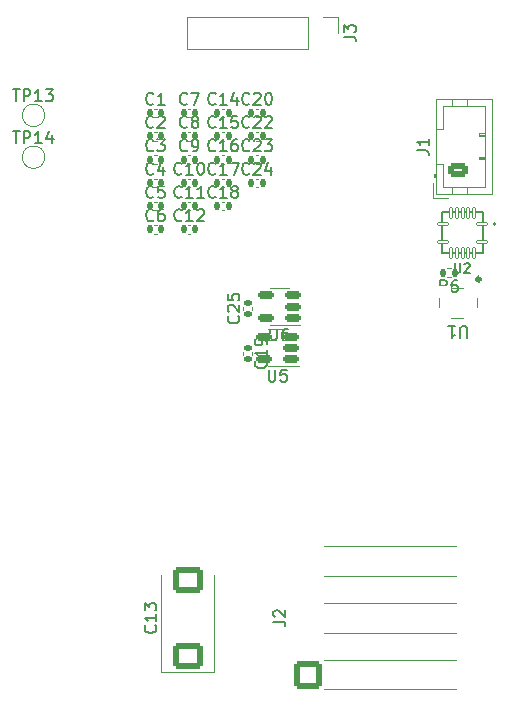
<source format=gbr>
%TF.GenerationSoftware,KiCad,Pcbnew,7.0.7+dfsg-1*%
%TF.CreationDate,2024-03-25T16:35:43+01:00*%
%TF.ProjectId,bitaxeUltra-asic,62697461-7865-4556-9c74-72612d617369,rev?*%
%TF.SameCoordinates,Original*%
%TF.FileFunction,Legend,Top*%
%TF.FilePolarity,Positive*%
%FSLAX46Y46*%
G04 Gerber Fmt 4.6, Leading zero omitted, Abs format (unit mm)*
G04 Created by KiCad (PCBNEW 7.0.7+dfsg-1) date 2024-03-25 16:35:43*
%MOMM*%
%LPD*%
G01*
G04 APERTURE LIST*
G04 Aperture macros list*
%AMRoundRect*
0 Rectangle with rounded corners*
0 $1 Rounding radius*
0 $2 $3 $4 $5 $6 $7 $8 $9 X,Y pos of 4 corners*
0 Add a 4 corners polygon primitive as box body*
4,1,4,$2,$3,$4,$5,$6,$7,$8,$9,$2,$3,0*
0 Add four circle primitives for the rounded corners*
1,1,$1+$1,$2,$3*
1,1,$1+$1,$4,$5*
1,1,$1+$1,$6,$7*
1,1,$1+$1,$8,$9*
0 Add four rect primitives between the rounded corners*
20,1,$1+$1,$2,$3,$4,$5,0*
20,1,$1+$1,$4,$5,$6,$7,0*
20,1,$1+$1,$6,$7,$8,$9,0*
20,1,$1+$1,$8,$9,$2,$3,0*%
G04 Aperture macros list end*
%ADD10C,0.150000*%
%ADD11C,0.120000*%
%ADD12C,0.127000*%
%ADD13C,0.200000*%
%ADD14C,0.313180*%
%ADD15RoundRect,0.140000X-0.140000X-0.170000X0.140000X-0.170000X0.140000X0.170000X-0.140000X0.170000X0*%
%ADD16RoundRect,0.150000X0.512500X0.150000X-0.512500X0.150000X-0.512500X-0.150000X0.512500X-0.150000X0*%
%ADD17RoundRect,0.140000X0.170000X-0.140000X0.170000X0.140000X-0.170000X0.140000X-0.170000X-0.140000X0*%
%ADD18C,2.800000*%
%ADD19RoundRect,0.250001X0.899999X-0.899999X0.899999X0.899999X-0.899999X0.899999X-0.899999X-0.899999X0*%
%ADD20C,2.300000*%
%ADD21RoundRect,0.007800X0.442200X0.122200X-0.442200X0.122200X-0.442200X-0.122200X0.442200X-0.122200X0*%
%ADD22RoundRect,0.007800X-0.122200X0.442200X-0.122200X-0.442200X0.122200X-0.442200X0.122200X0.442200X0*%
%ADD23R,2.050000X2.050000*%
%ADD24RoundRect,0.250000X0.625000X-0.350000X0.625000X0.350000X-0.625000X0.350000X-0.625000X-0.350000X0*%
%ADD25O,1.750000X1.200000*%
%ADD26C,1.500000*%
%ADD27R,1.300000X1.100000*%
%ADD28RoundRect,0.250000X1.025000X-0.875000X1.025000X0.875000X-1.025000X0.875000X-1.025000X-0.875000X0*%
%ADD29RoundRect,0.140000X-0.170000X0.140000X-0.170000X-0.140000X0.170000X-0.140000X0.170000X0.140000X0*%
%ADD30RoundRect,0.135000X0.135000X0.185000X-0.135000X0.185000X-0.135000X-0.185000X0.135000X-0.185000X0*%
%ADD31O,1.700000X1.700000*%
%ADD32R,1.700000X1.700000*%
G04 APERTURE END LIST*
D10*
X135853333Y-63839580D02*
X135805714Y-63887200D01*
X135805714Y-63887200D02*
X135662857Y-63934819D01*
X135662857Y-63934819D02*
X135567619Y-63934819D01*
X135567619Y-63934819D02*
X135424762Y-63887200D01*
X135424762Y-63887200D02*
X135329524Y-63791961D01*
X135329524Y-63791961D02*
X135281905Y-63696723D01*
X135281905Y-63696723D02*
X135234286Y-63506247D01*
X135234286Y-63506247D02*
X135234286Y-63363390D01*
X135234286Y-63363390D02*
X135281905Y-63172914D01*
X135281905Y-63172914D02*
X135329524Y-63077676D01*
X135329524Y-63077676D02*
X135424762Y-62982438D01*
X135424762Y-62982438D02*
X135567619Y-62934819D01*
X135567619Y-62934819D02*
X135662857Y-62934819D01*
X135662857Y-62934819D02*
X135805714Y-62982438D01*
X135805714Y-62982438D02*
X135853333Y-63030057D01*
X136424762Y-63363390D02*
X136329524Y-63315771D01*
X136329524Y-63315771D02*
X136281905Y-63268152D01*
X136281905Y-63268152D02*
X136234286Y-63172914D01*
X136234286Y-63172914D02*
X136234286Y-63125295D01*
X136234286Y-63125295D02*
X136281905Y-63030057D01*
X136281905Y-63030057D02*
X136329524Y-62982438D01*
X136329524Y-62982438D02*
X136424762Y-62934819D01*
X136424762Y-62934819D02*
X136615238Y-62934819D01*
X136615238Y-62934819D02*
X136710476Y-62982438D01*
X136710476Y-62982438D02*
X136758095Y-63030057D01*
X136758095Y-63030057D02*
X136805714Y-63125295D01*
X136805714Y-63125295D02*
X136805714Y-63172914D01*
X136805714Y-63172914D02*
X136758095Y-63268152D01*
X136758095Y-63268152D02*
X136710476Y-63315771D01*
X136710476Y-63315771D02*
X136615238Y-63363390D01*
X136615238Y-63363390D02*
X136424762Y-63363390D01*
X136424762Y-63363390D02*
X136329524Y-63411009D01*
X136329524Y-63411009D02*
X136281905Y-63458628D01*
X136281905Y-63458628D02*
X136234286Y-63553866D01*
X136234286Y-63553866D02*
X136234286Y-63744342D01*
X136234286Y-63744342D02*
X136281905Y-63839580D01*
X136281905Y-63839580D02*
X136329524Y-63887200D01*
X136329524Y-63887200D02*
X136424762Y-63934819D01*
X136424762Y-63934819D02*
X136615238Y-63934819D01*
X136615238Y-63934819D02*
X136710476Y-63887200D01*
X136710476Y-63887200D02*
X136758095Y-63839580D01*
X136758095Y-63839580D02*
X136805714Y-63744342D01*
X136805714Y-63744342D02*
X136805714Y-63553866D01*
X136805714Y-63553866D02*
X136758095Y-63458628D01*
X136758095Y-63458628D02*
X136710476Y-63411009D01*
X136710476Y-63411009D02*
X136615238Y-63363390D01*
X132983333Y-65809580D02*
X132935714Y-65857200D01*
X132935714Y-65857200D02*
X132792857Y-65904819D01*
X132792857Y-65904819D02*
X132697619Y-65904819D01*
X132697619Y-65904819D02*
X132554762Y-65857200D01*
X132554762Y-65857200D02*
X132459524Y-65761961D01*
X132459524Y-65761961D02*
X132411905Y-65666723D01*
X132411905Y-65666723D02*
X132364286Y-65476247D01*
X132364286Y-65476247D02*
X132364286Y-65333390D01*
X132364286Y-65333390D02*
X132411905Y-65142914D01*
X132411905Y-65142914D02*
X132459524Y-65047676D01*
X132459524Y-65047676D02*
X132554762Y-64952438D01*
X132554762Y-64952438D02*
X132697619Y-64904819D01*
X132697619Y-64904819D02*
X132792857Y-64904819D01*
X132792857Y-64904819D02*
X132935714Y-64952438D01*
X132935714Y-64952438D02*
X132983333Y-65000057D01*
X133316667Y-64904819D02*
X133935714Y-64904819D01*
X133935714Y-64904819D02*
X133602381Y-65285771D01*
X133602381Y-65285771D02*
X133745238Y-65285771D01*
X133745238Y-65285771D02*
X133840476Y-65333390D01*
X133840476Y-65333390D02*
X133888095Y-65381009D01*
X133888095Y-65381009D02*
X133935714Y-65476247D01*
X133935714Y-65476247D02*
X133935714Y-65714342D01*
X133935714Y-65714342D02*
X133888095Y-65809580D01*
X133888095Y-65809580D02*
X133840476Y-65857200D01*
X133840476Y-65857200D02*
X133745238Y-65904819D01*
X133745238Y-65904819D02*
X133459524Y-65904819D01*
X133459524Y-65904819D02*
X133364286Y-65857200D01*
X133364286Y-65857200D02*
X133316667Y-65809580D01*
X142880595Y-80914819D02*
X142880595Y-81724342D01*
X142880595Y-81724342D02*
X142928214Y-81819580D01*
X142928214Y-81819580D02*
X142975833Y-81867200D01*
X142975833Y-81867200D02*
X143071071Y-81914819D01*
X143071071Y-81914819D02*
X143261547Y-81914819D01*
X143261547Y-81914819D02*
X143356785Y-81867200D01*
X143356785Y-81867200D02*
X143404404Y-81819580D01*
X143404404Y-81819580D02*
X143452023Y-81724342D01*
X143452023Y-81724342D02*
X143452023Y-80914819D01*
X144356785Y-80914819D02*
X144166309Y-80914819D01*
X144166309Y-80914819D02*
X144071071Y-80962438D01*
X144071071Y-80962438D02*
X144023452Y-81010057D01*
X144023452Y-81010057D02*
X143928214Y-81152914D01*
X143928214Y-81152914D02*
X143880595Y-81343390D01*
X143880595Y-81343390D02*
X143880595Y-81724342D01*
X143880595Y-81724342D02*
X143928214Y-81819580D01*
X143928214Y-81819580D02*
X143975833Y-81867200D01*
X143975833Y-81867200D02*
X144071071Y-81914819D01*
X144071071Y-81914819D02*
X144261547Y-81914819D01*
X144261547Y-81914819D02*
X144356785Y-81867200D01*
X144356785Y-81867200D02*
X144404404Y-81819580D01*
X144404404Y-81819580D02*
X144452023Y-81724342D01*
X144452023Y-81724342D02*
X144452023Y-81486247D01*
X144452023Y-81486247D02*
X144404404Y-81391009D01*
X144404404Y-81391009D02*
X144356785Y-81343390D01*
X144356785Y-81343390D02*
X144261547Y-81295771D01*
X144261547Y-81295771D02*
X144071071Y-81295771D01*
X144071071Y-81295771D02*
X143975833Y-81343390D01*
X143975833Y-81343390D02*
X143928214Y-81391009D01*
X143928214Y-81391009D02*
X143880595Y-81486247D01*
X135853333Y-65809580D02*
X135805714Y-65857200D01*
X135805714Y-65857200D02*
X135662857Y-65904819D01*
X135662857Y-65904819D02*
X135567619Y-65904819D01*
X135567619Y-65904819D02*
X135424762Y-65857200D01*
X135424762Y-65857200D02*
X135329524Y-65761961D01*
X135329524Y-65761961D02*
X135281905Y-65666723D01*
X135281905Y-65666723D02*
X135234286Y-65476247D01*
X135234286Y-65476247D02*
X135234286Y-65333390D01*
X135234286Y-65333390D02*
X135281905Y-65142914D01*
X135281905Y-65142914D02*
X135329524Y-65047676D01*
X135329524Y-65047676D02*
X135424762Y-64952438D01*
X135424762Y-64952438D02*
X135567619Y-64904819D01*
X135567619Y-64904819D02*
X135662857Y-64904819D01*
X135662857Y-64904819D02*
X135805714Y-64952438D01*
X135805714Y-64952438D02*
X135853333Y-65000057D01*
X136329524Y-65904819D02*
X136520000Y-65904819D01*
X136520000Y-65904819D02*
X136615238Y-65857200D01*
X136615238Y-65857200D02*
X136662857Y-65809580D01*
X136662857Y-65809580D02*
X136758095Y-65666723D01*
X136758095Y-65666723D02*
X136805714Y-65476247D01*
X136805714Y-65476247D02*
X136805714Y-65095295D01*
X136805714Y-65095295D02*
X136758095Y-65000057D01*
X136758095Y-65000057D02*
X136710476Y-64952438D01*
X136710476Y-64952438D02*
X136615238Y-64904819D01*
X136615238Y-64904819D02*
X136424762Y-64904819D01*
X136424762Y-64904819D02*
X136329524Y-64952438D01*
X136329524Y-64952438D02*
X136281905Y-65000057D01*
X136281905Y-65000057D02*
X136234286Y-65095295D01*
X136234286Y-65095295D02*
X136234286Y-65333390D01*
X136234286Y-65333390D02*
X136281905Y-65428628D01*
X136281905Y-65428628D02*
X136329524Y-65476247D01*
X136329524Y-65476247D02*
X136424762Y-65523866D01*
X136424762Y-65523866D02*
X136615238Y-65523866D01*
X136615238Y-65523866D02*
X136710476Y-65476247D01*
X136710476Y-65476247D02*
X136758095Y-65428628D01*
X136758095Y-65428628D02*
X136805714Y-65333390D01*
X135377142Y-71719580D02*
X135329523Y-71767200D01*
X135329523Y-71767200D02*
X135186666Y-71814819D01*
X135186666Y-71814819D02*
X135091428Y-71814819D01*
X135091428Y-71814819D02*
X134948571Y-71767200D01*
X134948571Y-71767200D02*
X134853333Y-71671961D01*
X134853333Y-71671961D02*
X134805714Y-71576723D01*
X134805714Y-71576723D02*
X134758095Y-71386247D01*
X134758095Y-71386247D02*
X134758095Y-71243390D01*
X134758095Y-71243390D02*
X134805714Y-71052914D01*
X134805714Y-71052914D02*
X134853333Y-70957676D01*
X134853333Y-70957676D02*
X134948571Y-70862438D01*
X134948571Y-70862438D02*
X135091428Y-70814819D01*
X135091428Y-70814819D02*
X135186666Y-70814819D01*
X135186666Y-70814819D02*
X135329523Y-70862438D01*
X135329523Y-70862438D02*
X135377142Y-70910057D01*
X136329523Y-71814819D02*
X135758095Y-71814819D01*
X136043809Y-71814819D02*
X136043809Y-70814819D01*
X136043809Y-70814819D02*
X135948571Y-70957676D01*
X135948571Y-70957676D02*
X135853333Y-71052914D01*
X135853333Y-71052914D02*
X135758095Y-71100533D01*
X136710476Y-70910057D02*
X136758095Y-70862438D01*
X136758095Y-70862438D02*
X136853333Y-70814819D01*
X136853333Y-70814819D02*
X137091428Y-70814819D01*
X137091428Y-70814819D02*
X137186666Y-70862438D01*
X137186666Y-70862438D02*
X137234285Y-70910057D01*
X137234285Y-70910057D02*
X137281904Y-71005295D01*
X137281904Y-71005295D02*
X137281904Y-71100533D01*
X137281904Y-71100533D02*
X137234285Y-71243390D01*
X137234285Y-71243390D02*
X136662857Y-71814819D01*
X136662857Y-71814819D02*
X137281904Y-71814819D01*
X140169580Y-79862857D02*
X140217200Y-79910476D01*
X140217200Y-79910476D02*
X140264819Y-80053333D01*
X140264819Y-80053333D02*
X140264819Y-80148571D01*
X140264819Y-80148571D02*
X140217200Y-80291428D01*
X140217200Y-80291428D02*
X140121961Y-80386666D01*
X140121961Y-80386666D02*
X140026723Y-80434285D01*
X140026723Y-80434285D02*
X139836247Y-80481904D01*
X139836247Y-80481904D02*
X139693390Y-80481904D01*
X139693390Y-80481904D02*
X139502914Y-80434285D01*
X139502914Y-80434285D02*
X139407676Y-80386666D01*
X139407676Y-80386666D02*
X139312438Y-80291428D01*
X139312438Y-80291428D02*
X139264819Y-80148571D01*
X139264819Y-80148571D02*
X139264819Y-80053333D01*
X139264819Y-80053333D02*
X139312438Y-79910476D01*
X139312438Y-79910476D02*
X139360057Y-79862857D01*
X139360057Y-79481904D02*
X139312438Y-79434285D01*
X139312438Y-79434285D02*
X139264819Y-79339047D01*
X139264819Y-79339047D02*
X139264819Y-79100952D01*
X139264819Y-79100952D02*
X139312438Y-79005714D01*
X139312438Y-79005714D02*
X139360057Y-78958095D01*
X139360057Y-78958095D02*
X139455295Y-78910476D01*
X139455295Y-78910476D02*
X139550533Y-78910476D01*
X139550533Y-78910476D02*
X139693390Y-78958095D01*
X139693390Y-78958095D02*
X140264819Y-79529523D01*
X140264819Y-79529523D02*
X140264819Y-78910476D01*
X139264819Y-78005714D02*
X139264819Y-78481904D01*
X139264819Y-78481904D02*
X139741009Y-78529523D01*
X139741009Y-78529523D02*
X139693390Y-78481904D01*
X139693390Y-78481904D02*
X139645771Y-78386666D01*
X139645771Y-78386666D02*
X139645771Y-78148571D01*
X139645771Y-78148571D02*
X139693390Y-78053333D01*
X139693390Y-78053333D02*
X139741009Y-78005714D01*
X139741009Y-78005714D02*
X139836247Y-77958095D01*
X139836247Y-77958095D02*
X140074342Y-77958095D01*
X140074342Y-77958095D02*
X140169580Y-78005714D01*
X140169580Y-78005714D02*
X140217200Y-78053333D01*
X140217200Y-78053333D02*
X140264819Y-78148571D01*
X140264819Y-78148571D02*
X140264819Y-78386666D01*
X140264819Y-78386666D02*
X140217200Y-78481904D01*
X140217200Y-78481904D02*
X140169580Y-78529523D01*
X141117142Y-65809580D02*
X141069523Y-65857200D01*
X141069523Y-65857200D02*
X140926666Y-65904819D01*
X140926666Y-65904819D02*
X140831428Y-65904819D01*
X140831428Y-65904819D02*
X140688571Y-65857200D01*
X140688571Y-65857200D02*
X140593333Y-65761961D01*
X140593333Y-65761961D02*
X140545714Y-65666723D01*
X140545714Y-65666723D02*
X140498095Y-65476247D01*
X140498095Y-65476247D02*
X140498095Y-65333390D01*
X140498095Y-65333390D02*
X140545714Y-65142914D01*
X140545714Y-65142914D02*
X140593333Y-65047676D01*
X140593333Y-65047676D02*
X140688571Y-64952438D01*
X140688571Y-64952438D02*
X140831428Y-64904819D01*
X140831428Y-64904819D02*
X140926666Y-64904819D01*
X140926666Y-64904819D02*
X141069523Y-64952438D01*
X141069523Y-64952438D02*
X141117142Y-65000057D01*
X141498095Y-65000057D02*
X141545714Y-64952438D01*
X141545714Y-64952438D02*
X141640952Y-64904819D01*
X141640952Y-64904819D02*
X141879047Y-64904819D01*
X141879047Y-64904819D02*
X141974285Y-64952438D01*
X141974285Y-64952438D02*
X142021904Y-65000057D01*
X142021904Y-65000057D02*
X142069523Y-65095295D01*
X142069523Y-65095295D02*
X142069523Y-65190533D01*
X142069523Y-65190533D02*
X142021904Y-65333390D01*
X142021904Y-65333390D02*
X141450476Y-65904819D01*
X141450476Y-65904819D02*
X142069523Y-65904819D01*
X142402857Y-64904819D02*
X143021904Y-64904819D01*
X143021904Y-64904819D02*
X142688571Y-65285771D01*
X142688571Y-65285771D02*
X142831428Y-65285771D01*
X142831428Y-65285771D02*
X142926666Y-65333390D01*
X142926666Y-65333390D02*
X142974285Y-65381009D01*
X142974285Y-65381009D02*
X143021904Y-65476247D01*
X143021904Y-65476247D02*
X143021904Y-65714342D01*
X143021904Y-65714342D02*
X142974285Y-65809580D01*
X142974285Y-65809580D02*
X142926666Y-65857200D01*
X142926666Y-65857200D02*
X142831428Y-65904819D01*
X142831428Y-65904819D02*
X142545714Y-65904819D01*
X142545714Y-65904819D02*
X142450476Y-65857200D01*
X142450476Y-65857200D02*
X142402857Y-65809580D01*
X143154819Y-105743333D02*
X143869104Y-105743333D01*
X143869104Y-105743333D02*
X144011961Y-105790952D01*
X144011961Y-105790952D02*
X144107200Y-105886190D01*
X144107200Y-105886190D02*
X144154819Y-106029047D01*
X144154819Y-106029047D02*
X144154819Y-106124285D01*
X143250057Y-105314761D02*
X143202438Y-105267142D01*
X143202438Y-105267142D02*
X143154819Y-105171904D01*
X143154819Y-105171904D02*
X143154819Y-104933809D01*
X143154819Y-104933809D02*
X143202438Y-104838571D01*
X143202438Y-104838571D02*
X143250057Y-104790952D01*
X143250057Y-104790952D02*
X143345295Y-104743333D01*
X143345295Y-104743333D02*
X143440533Y-104743333D01*
X143440533Y-104743333D02*
X143583390Y-104790952D01*
X143583390Y-104790952D02*
X144154819Y-105362380D01*
X144154819Y-105362380D02*
X144154819Y-104743333D01*
X135377142Y-67779580D02*
X135329523Y-67827200D01*
X135329523Y-67827200D02*
X135186666Y-67874819D01*
X135186666Y-67874819D02*
X135091428Y-67874819D01*
X135091428Y-67874819D02*
X134948571Y-67827200D01*
X134948571Y-67827200D02*
X134853333Y-67731961D01*
X134853333Y-67731961D02*
X134805714Y-67636723D01*
X134805714Y-67636723D02*
X134758095Y-67446247D01*
X134758095Y-67446247D02*
X134758095Y-67303390D01*
X134758095Y-67303390D02*
X134805714Y-67112914D01*
X134805714Y-67112914D02*
X134853333Y-67017676D01*
X134853333Y-67017676D02*
X134948571Y-66922438D01*
X134948571Y-66922438D02*
X135091428Y-66874819D01*
X135091428Y-66874819D02*
X135186666Y-66874819D01*
X135186666Y-66874819D02*
X135329523Y-66922438D01*
X135329523Y-66922438D02*
X135377142Y-66970057D01*
X136329523Y-67874819D02*
X135758095Y-67874819D01*
X136043809Y-67874819D02*
X136043809Y-66874819D01*
X136043809Y-66874819D02*
X135948571Y-67017676D01*
X135948571Y-67017676D02*
X135853333Y-67112914D01*
X135853333Y-67112914D02*
X135758095Y-67160533D01*
X136948571Y-66874819D02*
X137043809Y-66874819D01*
X137043809Y-66874819D02*
X137139047Y-66922438D01*
X137139047Y-66922438D02*
X137186666Y-66970057D01*
X137186666Y-66970057D02*
X137234285Y-67065295D01*
X137234285Y-67065295D02*
X137281904Y-67255771D01*
X137281904Y-67255771D02*
X137281904Y-67493866D01*
X137281904Y-67493866D02*
X137234285Y-67684342D01*
X137234285Y-67684342D02*
X137186666Y-67779580D01*
X137186666Y-67779580D02*
X137139047Y-67827200D01*
X137139047Y-67827200D02*
X137043809Y-67874819D01*
X137043809Y-67874819D02*
X136948571Y-67874819D01*
X136948571Y-67874819D02*
X136853333Y-67827200D01*
X136853333Y-67827200D02*
X136805714Y-67779580D01*
X136805714Y-67779580D02*
X136758095Y-67684342D01*
X136758095Y-67684342D02*
X136710476Y-67493866D01*
X136710476Y-67493866D02*
X136710476Y-67255771D01*
X136710476Y-67255771D02*
X136758095Y-67065295D01*
X136758095Y-67065295D02*
X136805714Y-66970057D01*
X136805714Y-66970057D02*
X136853333Y-66922438D01*
X136853333Y-66922438D02*
X136948571Y-66874819D01*
X138247142Y-63839580D02*
X138199523Y-63887200D01*
X138199523Y-63887200D02*
X138056666Y-63934819D01*
X138056666Y-63934819D02*
X137961428Y-63934819D01*
X137961428Y-63934819D02*
X137818571Y-63887200D01*
X137818571Y-63887200D02*
X137723333Y-63791961D01*
X137723333Y-63791961D02*
X137675714Y-63696723D01*
X137675714Y-63696723D02*
X137628095Y-63506247D01*
X137628095Y-63506247D02*
X137628095Y-63363390D01*
X137628095Y-63363390D02*
X137675714Y-63172914D01*
X137675714Y-63172914D02*
X137723333Y-63077676D01*
X137723333Y-63077676D02*
X137818571Y-62982438D01*
X137818571Y-62982438D02*
X137961428Y-62934819D01*
X137961428Y-62934819D02*
X138056666Y-62934819D01*
X138056666Y-62934819D02*
X138199523Y-62982438D01*
X138199523Y-62982438D02*
X138247142Y-63030057D01*
X139199523Y-63934819D02*
X138628095Y-63934819D01*
X138913809Y-63934819D02*
X138913809Y-62934819D01*
X138913809Y-62934819D02*
X138818571Y-63077676D01*
X138818571Y-63077676D02*
X138723333Y-63172914D01*
X138723333Y-63172914D02*
X138628095Y-63220533D01*
X140104285Y-62934819D02*
X139628095Y-62934819D01*
X139628095Y-62934819D02*
X139580476Y-63411009D01*
X139580476Y-63411009D02*
X139628095Y-63363390D01*
X139628095Y-63363390D02*
X139723333Y-63315771D01*
X139723333Y-63315771D02*
X139961428Y-63315771D01*
X139961428Y-63315771D02*
X140056666Y-63363390D01*
X140056666Y-63363390D02*
X140104285Y-63411009D01*
X140104285Y-63411009D02*
X140151904Y-63506247D01*
X140151904Y-63506247D02*
X140151904Y-63744342D01*
X140151904Y-63744342D02*
X140104285Y-63839580D01*
X140104285Y-63839580D02*
X140056666Y-63887200D01*
X140056666Y-63887200D02*
X139961428Y-63934819D01*
X139961428Y-63934819D02*
X139723333Y-63934819D01*
X139723333Y-63934819D02*
X139628095Y-63887200D01*
X139628095Y-63887200D02*
X139580476Y-63839580D01*
X158515476Y-75375295D02*
X158515476Y-76022914D01*
X158515476Y-76022914D02*
X158553571Y-76099104D01*
X158553571Y-76099104D02*
X158591666Y-76137200D01*
X158591666Y-76137200D02*
X158667857Y-76175295D01*
X158667857Y-76175295D02*
X158820238Y-76175295D01*
X158820238Y-76175295D02*
X158896428Y-76137200D01*
X158896428Y-76137200D02*
X158934523Y-76099104D01*
X158934523Y-76099104D02*
X158972619Y-76022914D01*
X158972619Y-76022914D02*
X158972619Y-75375295D01*
X159315475Y-75451485D02*
X159353571Y-75413390D01*
X159353571Y-75413390D02*
X159429761Y-75375295D01*
X159429761Y-75375295D02*
X159620237Y-75375295D01*
X159620237Y-75375295D02*
X159696428Y-75413390D01*
X159696428Y-75413390D02*
X159734523Y-75451485D01*
X159734523Y-75451485D02*
X159772618Y-75527676D01*
X159772618Y-75527676D02*
X159772618Y-75603866D01*
X159772618Y-75603866D02*
X159734523Y-75718152D01*
X159734523Y-75718152D02*
X159277380Y-76175295D01*
X159277380Y-76175295D02*
X159772618Y-76175295D01*
X132983333Y-63839580D02*
X132935714Y-63887200D01*
X132935714Y-63887200D02*
X132792857Y-63934819D01*
X132792857Y-63934819D02*
X132697619Y-63934819D01*
X132697619Y-63934819D02*
X132554762Y-63887200D01*
X132554762Y-63887200D02*
X132459524Y-63791961D01*
X132459524Y-63791961D02*
X132411905Y-63696723D01*
X132411905Y-63696723D02*
X132364286Y-63506247D01*
X132364286Y-63506247D02*
X132364286Y-63363390D01*
X132364286Y-63363390D02*
X132411905Y-63172914D01*
X132411905Y-63172914D02*
X132459524Y-63077676D01*
X132459524Y-63077676D02*
X132554762Y-62982438D01*
X132554762Y-62982438D02*
X132697619Y-62934819D01*
X132697619Y-62934819D02*
X132792857Y-62934819D01*
X132792857Y-62934819D02*
X132935714Y-62982438D01*
X132935714Y-62982438D02*
X132983333Y-63030057D01*
X133364286Y-63030057D02*
X133411905Y-62982438D01*
X133411905Y-62982438D02*
X133507143Y-62934819D01*
X133507143Y-62934819D02*
X133745238Y-62934819D01*
X133745238Y-62934819D02*
X133840476Y-62982438D01*
X133840476Y-62982438D02*
X133888095Y-63030057D01*
X133888095Y-63030057D02*
X133935714Y-63125295D01*
X133935714Y-63125295D02*
X133935714Y-63220533D01*
X133935714Y-63220533D02*
X133888095Y-63363390D01*
X133888095Y-63363390D02*
X133316667Y-63934819D01*
X133316667Y-63934819D02*
X133935714Y-63934819D01*
X138247142Y-69749580D02*
X138199523Y-69797200D01*
X138199523Y-69797200D02*
X138056666Y-69844819D01*
X138056666Y-69844819D02*
X137961428Y-69844819D01*
X137961428Y-69844819D02*
X137818571Y-69797200D01*
X137818571Y-69797200D02*
X137723333Y-69701961D01*
X137723333Y-69701961D02*
X137675714Y-69606723D01*
X137675714Y-69606723D02*
X137628095Y-69416247D01*
X137628095Y-69416247D02*
X137628095Y-69273390D01*
X137628095Y-69273390D02*
X137675714Y-69082914D01*
X137675714Y-69082914D02*
X137723333Y-68987676D01*
X137723333Y-68987676D02*
X137818571Y-68892438D01*
X137818571Y-68892438D02*
X137961428Y-68844819D01*
X137961428Y-68844819D02*
X138056666Y-68844819D01*
X138056666Y-68844819D02*
X138199523Y-68892438D01*
X138199523Y-68892438D02*
X138247142Y-68940057D01*
X139199523Y-69844819D02*
X138628095Y-69844819D01*
X138913809Y-69844819D02*
X138913809Y-68844819D01*
X138913809Y-68844819D02*
X138818571Y-68987676D01*
X138818571Y-68987676D02*
X138723333Y-69082914D01*
X138723333Y-69082914D02*
X138628095Y-69130533D01*
X139770952Y-69273390D02*
X139675714Y-69225771D01*
X139675714Y-69225771D02*
X139628095Y-69178152D01*
X139628095Y-69178152D02*
X139580476Y-69082914D01*
X139580476Y-69082914D02*
X139580476Y-69035295D01*
X139580476Y-69035295D02*
X139628095Y-68940057D01*
X139628095Y-68940057D02*
X139675714Y-68892438D01*
X139675714Y-68892438D02*
X139770952Y-68844819D01*
X139770952Y-68844819D02*
X139961428Y-68844819D01*
X139961428Y-68844819D02*
X140056666Y-68892438D01*
X140056666Y-68892438D02*
X140104285Y-68940057D01*
X140104285Y-68940057D02*
X140151904Y-69035295D01*
X140151904Y-69035295D02*
X140151904Y-69082914D01*
X140151904Y-69082914D02*
X140104285Y-69178152D01*
X140104285Y-69178152D02*
X140056666Y-69225771D01*
X140056666Y-69225771D02*
X139961428Y-69273390D01*
X139961428Y-69273390D02*
X139770952Y-69273390D01*
X139770952Y-69273390D02*
X139675714Y-69321009D01*
X139675714Y-69321009D02*
X139628095Y-69368628D01*
X139628095Y-69368628D02*
X139580476Y-69463866D01*
X139580476Y-69463866D02*
X139580476Y-69654342D01*
X139580476Y-69654342D02*
X139628095Y-69749580D01*
X139628095Y-69749580D02*
X139675714Y-69797200D01*
X139675714Y-69797200D02*
X139770952Y-69844819D01*
X139770952Y-69844819D02*
X139961428Y-69844819D01*
X139961428Y-69844819D02*
X140056666Y-69797200D01*
X140056666Y-69797200D02*
X140104285Y-69749580D01*
X140104285Y-69749580D02*
X140151904Y-69654342D01*
X140151904Y-69654342D02*
X140151904Y-69463866D01*
X140151904Y-69463866D02*
X140104285Y-69368628D01*
X140104285Y-69368628D02*
X140056666Y-69321009D01*
X140056666Y-69321009D02*
X139961428Y-69273390D01*
X132983333Y-61869580D02*
X132935714Y-61917200D01*
X132935714Y-61917200D02*
X132792857Y-61964819D01*
X132792857Y-61964819D02*
X132697619Y-61964819D01*
X132697619Y-61964819D02*
X132554762Y-61917200D01*
X132554762Y-61917200D02*
X132459524Y-61821961D01*
X132459524Y-61821961D02*
X132411905Y-61726723D01*
X132411905Y-61726723D02*
X132364286Y-61536247D01*
X132364286Y-61536247D02*
X132364286Y-61393390D01*
X132364286Y-61393390D02*
X132411905Y-61202914D01*
X132411905Y-61202914D02*
X132459524Y-61107676D01*
X132459524Y-61107676D02*
X132554762Y-61012438D01*
X132554762Y-61012438D02*
X132697619Y-60964819D01*
X132697619Y-60964819D02*
X132792857Y-60964819D01*
X132792857Y-60964819D02*
X132935714Y-61012438D01*
X132935714Y-61012438D02*
X132983333Y-61060057D01*
X133935714Y-61964819D02*
X133364286Y-61964819D01*
X133650000Y-61964819D02*
X133650000Y-60964819D01*
X133650000Y-60964819D02*
X133554762Y-61107676D01*
X133554762Y-61107676D02*
X133459524Y-61202914D01*
X133459524Y-61202914D02*
X133364286Y-61250533D01*
X155304819Y-65833333D02*
X156019104Y-65833333D01*
X156019104Y-65833333D02*
X156161961Y-65880952D01*
X156161961Y-65880952D02*
X156257200Y-65976190D01*
X156257200Y-65976190D02*
X156304819Y-66119047D01*
X156304819Y-66119047D02*
X156304819Y-66214285D01*
X156304819Y-64833333D02*
X156304819Y-65404761D01*
X156304819Y-65119047D02*
X155304819Y-65119047D01*
X155304819Y-65119047D02*
X155447676Y-65214285D01*
X155447676Y-65214285D02*
X155542914Y-65309523D01*
X155542914Y-65309523D02*
X155590533Y-65404761D01*
X135377142Y-69749580D02*
X135329523Y-69797200D01*
X135329523Y-69797200D02*
X135186666Y-69844819D01*
X135186666Y-69844819D02*
X135091428Y-69844819D01*
X135091428Y-69844819D02*
X134948571Y-69797200D01*
X134948571Y-69797200D02*
X134853333Y-69701961D01*
X134853333Y-69701961D02*
X134805714Y-69606723D01*
X134805714Y-69606723D02*
X134758095Y-69416247D01*
X134758095Y-69416247D02*
X134758095Y-69273390D01*
X134758095Y-69273390D02*
X134805714Y-69082914D01*
X134805714Y-69082914D02*
X134853333Y-68987676D01*
X134853333Y-68987676D02*
X134948571Y-68892438D01*
X134948571Y-68892438D02*
X135091428Y-68844819D01*
X135091428Y-68844819D02*
X135186666Y-68844819D01*
X135186666Y-68844819D02*
X135329523Y-68892438D01*
X135329523Y-68892438D02*
X135377142Y-68940057D01*
X136329523Y-69844819D02*
X135758095Y-69844819D01*
X136043809Y-69844819D02*
X136043809Y-68844819D01*
X136043809Y-68844819D02*
X135948571Y-68987676D01*
X135948571Y-68987676D02*
X135853333Y-69082914D01*
X135853333Y-69082914D02*
X135758095Y-69130533D01*
X137281904Y-69844819D02*
X136710476Y-69844819D01*
X136996190Y-69844819D02*
X136996190Y-68844819D01*
X136996190Y-68844819D02*
X136900952Y-68987676D01*
X136900952Y-68987676D02*
X136805714Y-69082914D01*
X136805714Y-69082914D02*
X136710476Y-69130533D01*
X141117142Y-67779580D02*
X141069523Y-67827200D01*
X141069523Y-67827200D02*
X140926666Y-67874819D01*
X140926666Y-67874819D02*
X140831428Y-67874819D01*
X140831428Y-67874819D02*
X140688571Y-67827200D01*
X140688571Y-67827200D02*
X140593333Y-67731961D01*
X140593333Y-67731961D02*
X140545714Y-67636723D01*
X140545714Y-67636723D02*
X140498095Y-67446247D01*
X140498095Y-67446247D02*
X140498095Y-67303390D01*
X140498095Y-67303390D02*
X140545714Y-67112914D01*
X140545714Y-67112914D02*
X140593333Y-67017676D01*
X140593333Y-67017676D02*
X140688571Y-66922438D01*
X140688571Y-66922438D02*
X140831428Y-66874819D01*
X140831428Y-66874819D02*
X140926666Y-66874819D01*
X140926666Y-66874819D02*
X141069523Y-66922438D01*
X141069523Y-66922438D02*
X141117142Y-66970057D01*
X141498095Y-66970057D02*
X141545714Y-66922438D01*
X141545714Y-66922438D02*
X141640952Y-66874819D01*
X141640952Y-66874819D02*
X141879047Y-66874819D01*
X141879047Y-66874819D02*
X141974285Y-66922438D01*
X141974285Y-66922438D02*
X142021904Y-66970057D01*
X142021904Y-66970057D02*
X142069523Y-67065295D01*
X142069523Y-67065295D02*
X142069523Y-67160533D01*
X142069523Y-67160533D02*
X142021904Y-67303390D01*
X142021904Y-67303390D02*
X141450476Y-67874819D01*
X141450476Y-67874819D02*
X142069523Y-67874819D01*
X142926666Y-67208152D02*
X142926666Y-67874819D01*
X142688571Y-66827200D02*
X142450476Y-67541485D01*
X142450476Y-67541485D02*
X143069523Y-67541485D01*
X138247142Y-61869580D02*
X138199523Y-61917200D01*
X138199523Y-61917200D02*
X138056666Y-61964819D01*
X138056666Y-61964819D02*
X137961428Y-61964819D01*
X137961428Y-61964819D02*
X137818571Y-61917200D01*
X137818571Y-61917200D02*
X137723333Y-61821961D01*
X137723333Y-61821961D02*
X137675714Y-61726723D01*
X137675714Y-61726723D02*
X137628095Y-61536247D01*
X137628095Y-61536247D02*
X137628095Y-61393390D01*
X137628095Y-61393390D02*
X137675714Y-61202914D01*
X137675714Y-61202914D02*
X137723333Y-61107676D01*
X137723333Y-61107676D02*
X137818571Y-61012438D01*
X137818571Y-61012438D02*
X137961428Y-60964819D01*
X137961428Y-60964819D02*
X138056666Y-60964819D01*
X138056666Y-60964819D02*
X138199523Y-61012438D01*
X138199523Y-61012438D02*
X138247142Y-61060057D01*
X139199523Y-61964819D02*
X138628095Y-61964819D01*
X138913809Y-61964819D02*
X138913809Y-60964819D01*
X138913809Y-60964819D02*
X138818571Y-61107676D01*
X138818571Y-61107676D02*
X138723333Y-61202914D01*
X138723333Y-61202914D02*
X138628095Y-61250533D01*
X140056666Y-61298152D02*
X140056666Y-61964819D01*
X139818571Y-60917200D02*
X139580476Y-61631485D01*
X139580476Y-61631485D02*
X140199523Y-61631485D01*
X121101905Y-64216819D02*
X121673333Y-64216819D01*
X121387619Y-65216819D02*
X121387619Y-64216819D01*
X122006667Y-65216819D02*
X122006667Y-64216819D01*
X122006667Y-64216819D02*
X122387619Y-64216819D01*
X122387619Y-64216819D02*
X122482857Y-64264438D01*
X122482857Y-64264438D02*
X122530476Y-64312057D01*
X122530476Y-64312057D02*
X122578095Y-64407295D01*
X122578095Y-64407295D02*
X122578095Y-64550152D01*
X122578095Y-64550152D02*
X122530476Y-64645390D01*
X122530476Y-64645390D02*
X122482857Y-64693009D01*
X122482857Y-64693009D02*
X122387619Y-64740628D01*
X122387619Y-64740628D02*
X122006667Y-64740628D01*
X123530476Y-65216819D02*
X122959048Y-65216819D01*
X123244762Y-65216819D02*
X123244762Y-64216819D01*
X123244762Y-64216819D02*
X123149524Y-64359676D01*
X123149524Y-64359676D02*
X123054286Y-64454914D01*
X123054286Y-64454914D02*
X122959048Y-64502533D01*
X124387619Y-64550152D02*
X124387619Y-65216819D01*
X124149524Y-64169200D02*
X123911429Y-64883485D01*
X123911429Y-64883485D02*
X124530476Y-64883485D01*
X141117142Y-61869580D02*
X141069523Y-61917200D01*
X141069523Y-61917200D02*
X140926666Y-61964819D01*
X140926666Y-61964819D02*
X140831428Y-61964819D01*
X140831428Y-61964819D02*
X140688571Y-61917200D01*
X140688571Y-61917200D02*
X140593333Y-61821961D01*
X140593333Y-61821961D02*
X140545714Y-61726723D01*
X140545714Y-61726723D02*
X140498095Y-61536247D01*
X140498095Y-61536247D02*
X140498095Y-61393390D01*
X140498095Y-61393390D02*
X140545714Y-61202914D01*
X140545714Y-61202914D02*
X140593333Y-61107676D01*
X140593333Y-61107676D02*
X140688571Y-61012438D01*
X140688571Y-61012438D02*
X140831428Y-60964819D01*
X140831428Y-60964819D02*
X140926666Y-60964819D01*
X140926666Y-60964819D02*
X141069523Y-61012438D01*
X141069523Y-61012438D02*
X141117142Y-61060057D01*
X141498095Y-61060057D02*
X141545714Y-61012438D01*
X141545714Y-61012438D02*
X141640952Y-60964819D01*
X141640952Y-60964819D02*
X141879047Y-60964819D01*
X141879047Y-60964819D02*
X141974285Y-61012438D01*
X141974285Y-61012438D02*
X142021904Y-61060057D01*
X142021904Y-61060057D02*
X142069523Y-61155295D01*
X142069523Y-61155295D02*
X142069523Y-61250533D01*
X142069523Y-61250533D02*
X142021904Y-61393390D01*
X142021904Y-61393390D02*
X141450476Y-61964819D01*
X141450476Y-61964819D02*
X142069523Y-61964819D01*
X142688571Y-60964819D02*
X142783809Y-60964819D01*
X142783809Y-60964819D02*
X142879047Y-61012438D01*
X142879047Y-61012438D02*
X142926666Y-61060057D01*
X142926666Y-61060057D02*
X142974285Y-61155295D01*
X142974285Y-61155295D02*
X143021904Y-61345771D01*
X143021904Y-61345771D02*
X143021904Y-61583866D01*
X143021904Y-61583866D02*
X142974285Y-61774342D01*
X142974285Y-61774342D02*
X142926666Y-61869580D01*
X142926666Y-61869580D02*
X142879047Y-61917200D01*
X142879047Y-61917200D02*
X142783809Y-61964819D01*
X142783809Y-61964819D02*
X142688571Y-61964819D01*
X142688571Y-61964819D02*
X142593333Y-61917200D01*
X142593333Y-61917200D02*
X142545714Y-61869580D01*
X142545714Y-61869580D02*
X142498095Y-61774342D01*
X142498095Y-61774342D02*
X142450476Y-61583866D01*
X142450476Y-61583866D02*
X142450476Y-61345771D01*
X142450476Y-61345771D02*
X142498095Y-61155295D01*
X142498095Y-61155295D02*
X142545714Y-61060057D01*
X142545714Y-61060057D02*
X142593333Y-61012438D01*
X142593333Y-61012438D02*
X142688571Y-60964819D01*
X159541904Y-81715180D02*
X159541904Y-80905657D01*
X159541904Y-80905657D02*
X159494285Y-80810419D01*
X159494285Y-80810419D02*
X159446666Y-80762800D01*
X159446666Y-80762800D02*
X159351428Y-80715180D01*
X159351428Y-80715180D02*
X159160952Y-80715180D01*
X159160952Y-80715180D02*
X159065714Y-80762800D01*
X159065714Y-80762800D02*
X159018095Y-80810419D01*
X159018095Y-80810419D02*
X158970476Y-80905657D01*
X158970476Y-80905657D02*
X158970476Y-81715180D01*
X157970476Y-80715180D02*
X158541904Y-80715180D01*
X158256190Y-80715180D02*
X158256190Y-81715180D01*
X158256190Y-81715180D02*
X158351428Y-81572323D01*
X158351428Y-81572323D02*
X158446666Y-81477085D01*
X158446666Y-81477085D02*
X158541904Y-81429466D01*
X133149580Y-106052857D02*
X133197200Y-106100476D01*
X133197200Y-106100476D02*
X133244819Y-106243333D01*
X133244819Y-106243333D02*
X133244819Y-106338571D01*
X133244819Y-106338571D02*
X133197200Y-106481428D01*
X133197200Y-106481428D02*
X133101961Y-106576666D01*
X133101961Y-106576666D02*
X133006723Y-106624285D01*
X133006723Y-106624285D02*
X132816247Y-106671904D01*
X132816247Y-106671904D02*
X132673390Y-106671904D01*
X132673390Y-106671904D02*
X132482914Y-106624285D01*
X132482914Y-106624285D02*
X132387676Y-106576666D01*
X132387676Y-106576666D02*
X132292438Y-106481428D01*
X132292438Y-106481428D02*
X132244819Y-106338571D01*
X132244819Y-106338571D02*
X132244819Y-106243333D01*
X132244819Y-106243333D02*
X132292438Y-106100476D01*
X132292438Y-106100476D02*
X132340057Y-106052857D01*
X133244819Y-105100476D02*
X133244819Y-105671904D01*
X133244819Y-105386190D02*
X132244819Y-105386190D01*
X132244819Y-105386190D02*
X132387676Y-105481428D01*
X132387676Y-105481428D02*
X132482914Y-105576666D01*
X132482914Y-105576666D02*
X132530533Y-105671904D01*
X132244819Y-104767142D02*
X132244819Y-104148095D01*
X132244819Y-104148095D02*
X132625771Y-104481428D01*
X132625771Y-104481428D02*
X132625771Y-104338571D01*
X132625771Y-104338571D02*
X132673390Y-104243333D01*
X132673390Y-104243333D02*
X132721009Y-104195714D01*
X132721009Y-104195714D02*
X132816247Y-104148095D01*
X132816247Y-104148095D02*
X133054342Y-104148095D01*
X133054342Y-104148095D02*
X133149580Y-104195714D01*
X133149580Y-104195714D02*
X133197200Y-104243333D01*
X133197200Y-104243333D02*
X133244819Y-104338571D01*
X133244819Y-104338571D02*
X133244819Y-104624285D01*
X133244819Y-104624285D02*
X133197200Y-104719523D01*
X133197200Y-104719523D02*
X133149580Y-104767142D01*
X138247142Y-65809580D02*
X138199523Y-65857200D01*
X138199523Y-65857200D02*
X138056666Y-65904819D01*
X138056666Y-65904819D02*
X137961428Y-65904819D01*
X137961428Y-65904819D02*
X137818571Y-65857200D01*
X137818571Y-65857200D02*
X137723333Y-65761961D01*
X137723333Y-65761961D02*
X137675714Y-65666723D01*
X137675714Y-65666723D02*
X137628095Y-65476247D01*
X137628095Y-65476247D02*
X137628095Y-65333390D01*
X137628095Y-65333390D02*
X137675714Y-65142914D01*
X137675714Y-65142914D02*
X137723333Y-65047676D01*
X137723333Y-65047676D02*
X137818571Y-64952438D01*
X137818571Y-64952438D02*
X137961428Y-64904819D01*
X137961428Y-64904819D02*
X138056666Y-64904819D01*
X138056666Y-64904819D02*
X138199523Y-64952438D01*
X138199523Y-64952438D02*
X138247142Y-65000057D01*
X139199523Y-65904819D02*
X138628095Y-65904819D01*
X138913809Y-65904819D02*
X138913809Y-64904819D01*
X138913809Y-64904819D02*
X138818571Y-65047676D01*
X138818571Y-65047676D02*
X138723333Y-65142914D01*
X138723333Y-65142914D02*
X138628095Y-65190533D01*
X140056666Y-64904819D02*
X139866190Y-64904819D01*
X139866190Y-64904819D02*
X139770952Y-64952438D01*
X139770952Y-64952438D02*
X139723333Y-65000057D01*
X139723333Y-65000057D02*
X139628095Y-65142914D01*
X139628095Y-65142914D02*
X139580476Y-65333390D01*
X139580476Y-65333390D02*
X139580476Y-65714342D01*
X139580476Y-65714342D02*
X139628095Y-65809580D01*
X139628095Y-65809580D02*
X139675714Y-65857200D01*
X139675714Y-65857200D02*
X139770952Y-65904819D01*
X139770952Y-65904819D02*
X139961428Y-65904819D01*
X139961428Y-65904819D02*
X140056666Y-65857200D01*
X140056666Y-65857200D02*
X140104285Y-65809580D01*
X140104285Y-65809580D02*
X140151904Y-65714342D01*
X140151904Y-65714342D02*
X140151904Y-65476247D01*
X140151904Y-65476247D02*
X140104285Y-65381009D01*
X140104285Y-65381009D02*
X140056666Y-65333390D01*
X140056666Y-65333390D02*
X139961428Y-65285771D01*
X139961428Y-65285771D02*
X139770952Y-65285771D01*
X139770952Y-65285771D02*
X139675714Y-65333390D01*
X139675714Y-65333390D02*
X139628095Y-65381009D01*
X139628095Y-65381009D02*
X139580476Y-65476247D01*
X132983333Y-67779580D02*
X132935714Y-67827200D01*
X132935714Y-67827200D02*
X132792857Y-67874819D01*
X132792857Y-67874819D02*
X132697619Y-67874819D01*
X132697619Y-67874819D02*
X132554762Y-67827200D01*
X132554762Y-67827200D02*
X132459524Y-67731961D01*
X132459524Y-67731961D02*
X132411905Y-67636723D01*
X132411905Y-67636723D02*
X132364286Y-67446247D01*
X132364286Y-67446247D02*
X132364286Y-67303390D01*
X132364286Y-67303390D02*
X132411905Y-67112914D01*
X132411905Y-67112914D02*
X132459524Y-67017676D01*
X132459524Y-67017676D02*
X132554762Y-66922438D01*
X132554762Y-66922438D02*
X132697619Y-66874819D01*
X132697619Y-66874819D02*
X132792857Y-66874819D01*
X132792857Y-66874819D02*
X132935714Y-66922438D01*
X132935714Y-66922438D02*
X132983333Y-66970057D01*
X133840476Y-67208152D02*
X133840476Y-67874819D01*
X133602381Y-66827200D02*
X133364286Y-67541485D01*
X133364286Y-67541485D02*
X133983333Y-67541485D01*
X142489580Y-83672857D02*
X142537200Y-83720476D01*
X142537200Y-83720476D02*
X142584819Y-83863333D01*
X142584819Y-83863333D02*
X142584819Y-83958571D01*
X142584819Y-83958571D02*
X142537200Y-84101428D01*
X142537200Y-84101428D02*
X142441961Y-84196666D01*
X142441961Y-84196666D02*
X142346723Y-84244285D01*
X142346723Y-84244285D02*
X142156247Y-84291904D01*
X142156247Y-84291904D02*
X142013390Y-84291904D01*
X142013390Y-84291904D02*
X141822914Y-84244285D01*
X141822914Y-84244285D02*
X141727676Y-84196666D01*
X141727676Y-84196666D02*
X141632438Y-84101428D01*
X141632438Y-84101428D02*
X141584819Y-83958571D01*
X141584819Y-83958571D02*
X141584819Y-83863333D01*
X141584819Y-83863333D02*
X141632438Y-83720476D01*
X141632438Y-83720476D02*
X141680057Y-83672857D01*
X142584819Y-82720476D02*
X142584819Y-83291904D01*
X142584819Y-83006190D02*
X141584819Y-83006190D01*
X141584819Y-83006190D02*
X141727676Y-83101428D01*
X141727676Y-83101428D02*
X141822914Y-83196666D01*
X141822914Y-83196666D02*
X141870533Y-83291904D01*
X142584819Y-82244285D02*
X142584819Y-82053809D01*
X142584819Y-82053809D02*
X142537200Y-81958571D01*
X142537200Y-81958571D02*
X142489580Y-81910952D01*
X142489580Y-81910952D02*
X142346723Y-81815714D01*
X142346723Y-81815714D02*
X142156247Y-81768095D01*
X142156247Y-81768095D02*
X141775295Y-81768095D01*
X141775295Y-81768095D02*
X141680057Y-81815714D01*
X141680057Y-81815714D02*
X141632438Y-81863333D01*
X141632438Y-81863333D02*
X141584819Y-81958571D01*
X141584819Y-81958571D02*
X141584819Y-82149047D01*
X141584819Y-82149047D02*
X141632438Y-82244285D01*
X141632438Y-82244285D02*
X141680057Y-82291904D01*
X141680057Y-82291904D02*
X141775295Y-82339523D01*
X141775295Y-82339523D02*
X142013390Y-82339523D01*
X142013390Y-82339523D02*
X142108628Y-82291904D01*
X142108628Y-82291904D02*
X142156247Y-82244285D01*
X142156247Y-82244285D02*
X142203866Y-82149047D01*
X142203866Y-82149047D02*
X142203866Y-81958571D01*
X142203866Y-81958571D02*
X142156247Y-81863333D01*
X142156247Y-81863333D02*
X142108628Y-81815714D01*
X142108628Y-81815714D02*
X142013390Y-81768095D01*
X121101905Y-60666819D02*
X121673333Y-60666819D01*
X121387619Y-61666819D02*
X121387619Y-60666819D01*
X122006667Y-61666819D02*
X122006667Y-60666819D01*
X122006667Y-60666819D02*
X122387619Y-60666819D01*
X122387619Y-60666819D02*
X122482857Y-60714438D01*
X122482857Y-60714438D02*
X122530476Y-60762057D01*
X122530476Y-60762057D02*
X122578095Y-60857295D01*
X122578095Y-60857295D02*
X122578095Y-61000152D01*
X122578095Y-61000152D02*
X122530476Y-61095390D01*
X122530476Y-61095390D02*
X122482857Y-61143009D01*
X122482857Y-61143009D02*
X122387619Y-61190628D01*
X122387619Y-61190628D02*
X122006667Y-61190628D01*
X123530476Y-61666819D02*
X122959048Y-61666819D01*
X123244762Y-61666819D02*
X123244762Y-60666819D01*
X123244762Y-60666819D02*
X123149524Y-60809676D01*
X123149524Y-60809676D02*
X123054286Y-60904914D01*
X123054286Y-60904914D02*
X122959048Y-60952533D01*
X123863810Y-60666819D02*
X124482857Y-60666819D01*
X124482857Y-60666819D02*
X124149524Y-61047771D01*
X124149524Y-61047771D02*
X124292381Y-61047771D01*
X124292381Y-61047771D02*
X124387619Y-61095390D01*
X124387619Y-61095390D02*
X124435238Y-61143009D01*
X124435238Y-61143009D02*
X124482857Y-61238247D01*
X124482857Y-61238247D02*
X124482857Y-61476342D01*
X124482857Y-61476342D02*
X124435238Y-61571580D01*
X124435238Y-61571580D02*
X124387619Y-61619200D01*
X124387619Y-61619200D02*
X124292381Y-61666819D01*
X124292381Y-61666819D02*
X124006667Y-61666819D01*
X124006667Y-61666819D02*
X123911429Y-61619200D01*
X123911429Y-61619200D02*
X123863810Y-61571580D01*
X157823333Y-77824819D02*
X157490000Y-77348628D01*
X157251905Y-77824819D02*
X157251905Y-76824819D01*
X157251905Y-76824819D02*
X157632857Y-76824819D01*
X157632857Y-76824819D02*
X157728095Y-76872438D01*
X157728095Y-76872438D02*
X157775714Y-76920057D01*
X157775714Y-76920057D02*
X157823333Y-77015295D01*
X157823333Y-77015295D02*
X157823333Y-77158152D01*
X157823333Y-77158152D02*
X157775714Y-77253390D01*
X157775714Y-77253390D02*
X157728095Y-77301009D01*
X157728095Y-77301009D02*
X157632857Y-77348628D01*
X157632857Y-77348628D02*
X157251905Y-77348628D01*
X158680476Y-76824819D02*
X158490000Y-76824819D01*
X158490000Y-76824819D02*
X158394762Y-76872438D01*
X158394762Y-76872438D02*
X158347143Y-76920057D01*
X158347143Y-76920057D02*
X158251905Y-77062914D01*
X158251905Y-77062914D02*
X158204286Y-77253390D01*
X158204286Y-77253390D02*
X158204286Y-77634342D01*
X158204286Y-77634342D02*
X158251905Y-77729580D01*
X158251905Y-77729580D02*
X158299524Y-77777200D01*
X158299524Y-77777200D02*
X158394762Y-77824819D01*
X158394762Y-77824819D02*
X158585238Y-77824819D01*
X158585238Y-77824819D02*
X158680476Y-77777200D01*
X158680476Y-77777200D02*
X158728095Y-77729580D01*
X158728095Y-77729580D02*
X158775714Y-77634342D01*
X158775714Y-77634342D02*
X158775714Y-77396247D01*
X158775714Y-77396247D02*
X158728095Y-77301009D01*
X158728095Y-77301009D02*
X158680476Y-77253390D01*
X158680476Y-77253390D02*
X158585238Y-77205771D01*
X158585238Y-77205771D02*
X158394762Y-77205771D01*
X158394762Y-77205771D02*
X158299524Y-77253390D01*
X158299524Y-77253390D02*
X158251905Y-77301009D01*
X158251905Y-77301009D02*
X158204286Y-77396247D01*
X135853333Y-61869580D02*
X135805714Y-61917200D01*
X135805714Y-61917200D02*
X135662857Y-61964819D01*
X135662857Y-61964819D02*
X135567619Y-61964819D01*
X135567619Y-61964819D02*
X135424762Y-61917200D01*
X135424762Y-61917200D02*
X135329524Y-61821961D01*
X135329524Y-61821961D02*
X135281905Y-61726723D01*
X135281905Y-61726723D02*
X135234286Y-61536247D01*
X135234286Y-61536247D02*
X135234286Y-61393390D01*
X135234286Y-61393390D02*
X135281905Y-61202914D01*
X135281905Y-61202914D02*
X135329524Y-61107676D01*
X135329524Y-61107676D02*
X135424762Y-61012438D01*
X135424762Y-61012438D02*
X135567619Y-60964819D01*
X135567619Y-60964819D02*
X135662857Y-60964819D01*
X135662857Y-60964819D02*
X135805714Y-61012438D01*
X135805714Y-61012438D02*
X135853333Y-61060057D01*
X136186667Y-60964819D02*
X136853333Y-60964819D01*
X136853333Y-60964819D02*
X136424762Y-61964819D01*
X138247142Y-67779580D02*
X138199523Y-67827200D01*
X138199523Y-67827200D02*
X138056666Y-67874819D01*
X138056666Y-67874819D02*
X137961428Y-67874819D01*
X137961428Y-67874819D02*
X137818571Y-67827200D01*
X137818571Y-67827200D02*
X137723333Y-67731961D01*
X137723333Y-67731961D02*
X137675714Y-67636723D01*
X137675714Y-67636723D02*
X137628095Y-67446247D01*
X137628095Y-67446247D02*
X137628095Y-67303390D01*
X137628095Y-67303390D02*
X137675714Y-67112914D01*
X137675714Y-67112914D02*
X137723333Y-67017676D01*
X137723333Y-67017676D02*
X137818571Y-66922438D01*
X137818571Y-66922438D02*
X137961428Y-66874819D01*
X137961428Y-66874819D02*
X138056666Y-66874819D01*
X138056666Y-66874819D02*
X138199523Y-66922438D01*
X138199523Y-66922438D02*
X138247142Y-66970057D01*
X139199523Y-67874819D02*
X138628095Y-67874819D01*
X138913809Y-67874819D02*
X138913809Y-66874819D01*
X138913809Y-66874819D02*
X138818571Y-67017676D01*
X138818571Y-67017676D02*
X138723333Y-67112914D01*
X138723333Y-67112914D02*
X138628095Y-67160533D01*
X139532857Y-66874819D02*
X140199523Y-66874819D01*
X140199523Y-66874819D02*
X139770952Y-67874819D01*
X132983333Y-71719580D02*
X132935714Y-71767200D01*
X132935714Y-71767200D02*
X132792857Y-71814819D01*
X132792857Y-71814819D02*
X132697619Y-71814819D01*
X132697619Y-71814819D02*
X132554762Y-71767200D01*
X132554762Y-71767200D02*
X132459524Y-71671961D01*
X132459524Y-71671961D02*
X132411905Y-71576723D01*
X132411905Y-71576723D02*
X132364286Y-71386247D01*
X132364286Y-71386247D02*
X132364286Y-71243390D01*
X132364286Y-71243390D02*
X132411905Y-71052914D01*
X132411905Y-71052914D02*
X132459524Y-70957676D01*
X132459524Y-70957676D02*
X132554762Y-70862438D01*
X132554762Y-70862438D02*
X132697619Y-70814819D01*
X132697619Y-70814819D02*
X132792857Y-70814819D01*
X132792857Y-70814819D02*
X132935714Y-70862438D01*
X132935714Y-70862438D02*
X132983333Y-70910057D01*
X133840476Y-70814819D02*
X133650000Y-70814819D01*
X133650000Y-70814819D02*
X133554762Y-70862438D01*
X133554762Y-70862438D02*
X133507143Y-70910057D01*
X133507143Y-70910057D02*
X133411905Y-71052914D01*
X133411905Y-71052914D02*
X133364286Y-71243390D01*
X133364286Y-71243390D02*
X133364286Y-71624342D01*
X133364286Y-71624342D02*
X133411905Y-71719580D01*
X133411905Y-71719580D02*
X133459524Y-71767200D01*
X133459524Y-71767200D02*
X133554762Y-71814819D01*
X133554762Y-71814819D02*
X133745238Y-71814819D01*
X133745238Y-71814819D02*
X133840476Y-71767200D01*
X133840476Y-71767200D02*
X133888095Y-71719580D01*
X133888095Y-71719580D02*
X133935714Y-71624342D01*
X133935714Y-71624342D02*
X133935714Y-71386247D01*
X133935714Y-71386247D02*
X133888095Y-71291009D01*
X133888095Y-71291009D02*
X133840476Y-71243390D01*
X133840476Y-71243390D02*
X133745238Y-71195771D01*
X133745238Y-71195771D02*
X133554762Y-71195771D01*
X133554762Y-71195771D02*
X133459524Y-71243390D01*
X133459524Y-71243390D02*
X133411905Y-71291009D01*
X133411905Y-71291009D02*
X133364286Y-71386247D01*
X142748095Y-84404819D02*
X142748095Y-85214342D01*
X142748095Y-85214342D02*
X142795714Y-85309580D01*
X142795714Y-85309580D02*
X142843333Y-85357200D01*
X142843333Y-85357200D02*
X142938571Y-85404819D01*
X142938571Y-85404819D02*
X143129047Y-85404819D01*
X143129047Y-85404819D02*
X143224285Y-85357200D01*
X143224285Y-85357200D02*
X143271904Y-85309580D01*
X143271904Y-85309580D02*
X143319523Y-85214342D01*
X143319523Y-85214342D02*
X143319523Y-84404819D01*
X144271904Y-84404819D02*
X143795714Y-84404819D01*
X143795714Y-84404819D02*
X143748095Y-84881009D01*
X143748095Y-84881009D02*
X143795714Y-84833390D01*
X143795714Y-84833390D02*
X143890952Y-84785771D01*
X143890952Y-84785771D02*
X144129047Y-84785771D01*
X144129047Y-84785771D02*
X144224285Y-84833390D01*
X144224285Y-84833390D02*
X144271904Y-84881009D01*
X144271904Y-84881009D02*
X144319523Y-84976247D01*
X144319523Y-84976247D02*
X144319523Y-85214342D01*
X144319523Y-85214342D02*
X144271904Y-85309580D01*
X144271904Y-85309580D02*
X144224285Y-85357200D01*
X144224285Y-85357200D02*
X144129047Y-85404819D01*
X144129047Y-85404819D02*
X143890952Y-85404819D01*
X143890952Y-85404819D02*
X143795714Y-85357200D01*
X143795714Y-85357200D02*
X143748095Y-85309580D01*
X132983333Y-69749580D02*
X132935714Y-69797200D01*
X132935714Y-69797200D02*
X132792857Y-69844819D01*
X132792857Y-69844819D02*
X132697619Y-69844819D01*
X132697619Y-69844819D02*
X132554762Y-69797200D01*
X132554762Y-69797200D02*
X132459524Y-69701961D01*
X132459524Y-69701961D02*
X132411905Y-69606723D01*
X132411905Y-69606723D02*
X132364286Y-69416247D01*
X132364286Y-69416247D02*
X132364286Y-69273390D01*
X132364286Y-69273390D02*
X132411905Y-69082914D01*
X132411905Y-69082914D02*
X132459524Y-68987676D01*
X132459524Y-68987676D02*
X132554762Y-68892438D01*
X132554762Y-68892438D02*
X132697619Y-68844819D01*
X132697619Y-68844819D02*
X132792857Y-68844819D01*
X132792857Y-68844819D02*
X132935714Y-68892438D01*
X132935714Y-68892438D02*
X132983333Y-68940057D01*
X133888095Y-68844819D02*
X133411905Y-68844819D01*
X133411905Y-68844819D02*
X133364286Y-69321009D01*
X133364286Y-69321009D02*
X133411905Y-69273390D01*
X133411905Y-69273390D02*
X133507143Y-69225771D01*
X133507143Y-69225771D02*
X133745238Y-69225771D01*
X133745238Y-69225771D02*
X133840476Y-69273390D01*
X133840476Y-69273390D02*
X133888095Y-69321009D01*
X133888095Y-69321009D02*
X133935714Y-69416247D01*
X133935714Y-69416247D02*
X133935714Y-69654342D01*
X133935714Y-69654342D02*
X133888095Y-69749580D01*
X133888095Y-69749580D02*
X133840476Y-69797200D01*
X133840476Y-69797200D02*
X133745238Y-69844819D01*
X133745238Y-69844819D02*
X133507143Y-69844819D01*
X133507143Y-69844819D02*
X133411905Y-69797200D01*
X133411905Y-69797200D02*
X133364286Y-69749580D01*
X141117142Y-63839580D02*
X141069523Y-63887200D01*
X141069523Y-63887200D02*
X140926666Y-63934819D01*
X140926666Y-63934819D02*
X140831428Y-63934819D01*
X140831428Y-63934819D02*
X140688571Y-63887200D01*
X140688571Y-63887200D02*
X140593333Y-63791961D01*
X140593333Y-63791961D02*
X140545714Y-63696723D01*
X140545714Y-63696723D02*
X140498095Y-63506247D01*
X140498095Y-63506247D02*
X140498095Y-63363390D01*
X140498095Y-63363390D02*
X140545714Y-63172914D01*
X140545714Y-63172914D02*
X140593333Y-63077676D01*
X140593333Y-63077676D02*
X140688571Y-62982438D01*
X140688571Y-62982438D02*
X140831428Y-62934819D01*
X140831428Y-62934819D02*
X140926666Y-62934819D01*
X140926666Y-62934819D02*
X141069523Y-62982438D01*
X141069523Y-62982438D02*
X141117142Y-63030057D01*
X141498095Y-63030057D02*
X141545714Y-62982438D01*
X141545714Y-62982438D02*
X141640952Y-62934819D01*
X141640952Y-62934819D02*
X141879047Y-62934819D01*
X141879047Y-62934819D02*
X141974285Y-62982438D01*
X141974285Y-62982438D02*
X142021904Y-63030057D01*
X142021904Y-63030057D02*
X142069523Y-63125295D01*
X142069523Y-63125295D02*
X142069523Y-63220533D01*
X142069523Y-63220533D02*
X142021904Y-63363390D01*
X142021904Y-63363390D02*
X141450476Y-63934819D01*
X141450476Y-63934819D02*
X142069523Y-63934819D01*
X142450476Y-63030057D02*
X142498095Y-62982438D01*
X142498095Y-62982438D02*
X142593333Y-62934819D01*
X142593333Y-62934819D02*
X142831428Y-62934819D01*
X142831428Y-62934819D02*
X142926666Y-62982438D01*
X142926666Y-62982438D02*
X142974285Y-63030057D01*
X142974285Y-63030057D02*
X143021904Y-63125295D01*
X143021904Y-63125295D02*
X143021904Y-63220533D01*
X143021904Y-63220533D02*
X142974285Y-63363390D01*
X142974285Y-63363390D02*
X142402857Y-63934819D01*
X142402857Y-63934819D02*
X143021904Y-63934819D01*
X149104819Y-56213333D02*
X149819104Y-56213333D01*
X149819104Y-56213333D02*
X149961961Y-56260952D01*
X149961961Y-56260952D02*
X150057200Y-56356190D01*
X150057200Y-56356190D02*
X150104819Y-56499047D01*
X150104819Y-56499047D02*
X150104819Y-56594285D01*
X149104819Y-55832380D02*
X149104819Y-55213333D01*
X149104819Y-55213333D02*
X149485771Y-55546666D01*
X149485771Y-55546666D02*
X149485771Y-55403809D01*
X149485771Y-55403809D02*
X149533390Y-55308571D01*
X149533390Y-55308571D02*
X149581009Y-55260952D01*
X149581009Y-55260952D02*
X149676247Y-55213333D01*
X149676247Y-55213333D02*
X149914342Y-55213333D01*
X149914342Y-55213333D02*
X150009580Y-55260952D01*
X150009580Y-55260952D02*
X150057200Y-55308571D01*
X150057200Y-55308571D02*
X150104819Y-55403809D01*
X150104819Y-55403809D02*
X150104819Y-55689523D01*
X150104819Y-55689523D02*
X150057200Y-55784761D01*
X150057200Y-55784761D02*
X150009580Y-55832380D01*
D11*
%TO.C,C8*%
X135912164Y-64280000D02*
X136127836Y-64280000D01*
X135912164Y-65000000D02*
X136127836Y-65000000D01*
%TO.C,C3*%
X133042164Y-66250000D02*
X133257836Y-66250000D01*
X133042164Y-66970000D02*
X133257836Y-66970000D01*
%TO.C,U6*%
X143642500Y-80620000D02*
X145442500Y-80620000D01*
X143642500Y-80620000D02*
X142842500Y-80620000D01*
X143642500Y-77500000D02*
X144442500Y-77500000D01*
X143642500Y-77500000D02*
X142842500Y-77500000D01*
%TO.C,C9*%
X135912164Y-66250000D02*
X136127836Y-66250000D01*
X135912164Y-66970000D02*
X136127836Y-66970000D01*
%TO.C,C12*%
X135912164Y-72160000D02*
X136127836Y-72160000D01*
X135912164Y-72880000D02*
X136127836Y-72880000D01*
%TO.C,C25*%
X140610000Y-79327836D02*
X140610000Y-79112164D01*
X141330000Y-79327836D02*
X141330000Y-79112164D01*
%TO.C,C23*%
X141652164Y-66250000D02*
X141867836Y-66250000D01*
X141652164Y-66970000D02*
X141867836Y-66970000D01*
%TO.C,J2*%
X147460000Y-111470000D02*
X158590000Y-111470000D01*
X147460000Y-108950000D02*
X158590000Y-108950000D01*
X147460000Y-106670000D02*
X158590000Y-106670000D01*
X147460000Y-104150000D02*
X158590000Y-104150000D01*
X147460000Y-101870000D02*
X158590000Y-101870000D01*
X147460000Y-99350000D02*
X158590000Y-99350000D01*
%TO.C,C10*%
X135912164Y-68220000D02*
X136127836Y-68220000D01*
X135912164Y-68940000D02*
X136127836Y-68940000D01*
%TO.C,C15*%
X138782164Y-64280000D02*
X138997836Y-64280000D01*
X138782164Y-65000000D02*
X138997836Y-65000000D01*
D12*
%TO.C,U2*%
X160915000Y-71055000D02*
X160915000Y-74555000D01*
X157415000Y-74555000D02*
X160915000Y-74555000D01*
X157415000Y-71055000D02*
X160915000Y-71055000D01*
X157415000Y-71055000D02*
X157415000Y-74555000D01*
D13*
X161950000Y-72055000D02*
G75*
G03*
X161950000Y-72055000I-100000J0D01*
G01*
D11*
%TO.C,C2*%
X133042164Y-64280000D02*
X133257836Y-64280000D01*
X133042164Y-65000000D02*
X133257836Y-65000000D01*
%TO.C,C18*%
X138782164Y-70190000D02*
X138997836Y-70190000D01*
X138782164Y-70910000D02*
X138997836Y-70910000D01*
%TO.C,C1*%
X133042164Y-62310000D02*
X133257836Y-62310000D01*
X133042164Y-63030000D02*
X133257836Y-63030000D01*
%TO.C,J1*%
X156640000Y-69860000D02*
X157890000Y-69860000D01*
X156940000Y-69560000D02*
X161660000Y-69560000D01*
X158250000Y-69560000D02*
X158250000Y-68950000D01*
X159550000Y-69560000D02*
X159550000Y-68950000D01*
X161660000Y-69560000D02*
X161660000Y-61440000D01*
X157550000Y-68950000D02*
X161050000Y-68950000D01*
X161050000Y-68950000D02*
X161050000Y-62050000D01*
X156640000Y-68610000D02*
X156640000Y-69860000D01*
X156740000Y-68100000D02*
X156940000Y-68100000D01*
X156740000Y-67800000D02*
X156740000Y-68100000D01*
X156840000Y-67800000D02*
X156840000Y-68100000D01*
X156940000Y-67800000D02*
X156740000Y-67800000D01*
X156940000Y-67000000D02*
X157550000Y-67000000D01*
X157550000Y-67000000D02*
X157550000Y-68950000D01*
X160550000Y-66600000D02*
X160550000Y-66400000D01*
X161050000Y-66600000D02*
X160550000Y-66600000D01*
X161050000Y-66500000D02*
X160550000Y-66500000D01*
X160550000Y-66400000D02*
X161050000Y-66400000D01*
X160550000Y-64600000D02*
X160550000Y-64400000D01*
X161050000Y-64600000D02*
X160550000Y-64600000D01*
X161050000Y-64500000D02*
X160550000Y-64500000D01*
X160550000Y-64400000D02*
X161050000Y-64400000D01*
X157550000Y-64000000D02*
X156940000Y-64000000D01*
X157550000Y-62050000D02*
X157550000Y-64000000D01*
X161050000Y-62050000D02*
X157550000Y-62050000D01*
X156940000Y-61440000D02*
X156940000Y-69560000D01*
X158250000Y-61440000D02*
X158250000Y-62050000D01*
X159550000Y-61440000D02*
X159550000Y-62050000D01*
X161660000Y-61440000D02*
X156940000Y-61440000D01*
%TO.C,C11*%
X135912164Y-70190000D02*
X136127836Y-70190000D01*
X135912164Y-70910000D02*
X136127836Y-70910000D01*
%TO.C,C24*%
X141652164Y-68220000D02*
X141867836Y-68220000D01*
X141652164Y-68940000D02*
X141867836Y-68940000D01*
%TO.C,C14*%
X138782164Y-62310000D02*
X138997836Y-62310000D01*
X138782164Y-63030000D02*
X138997836Y-63030000D01*
%TO.C,TP14*%
X123790000Y-66410000D02*
G75*
G03*
X123790000Y-66410000I-950000J0D01*
G01*
%TO.C,C20*%
X141652164Y-62310000D02*
X141867836Y-62310000D01*
X141652164Y-63030000D02*
X141867836Y-63030000D01*
%TO.C,U1*%
X160350000Y-79990000D02*
X157150000Y-79990000D01*
X157150000Y-79990000D02*
X157150000Y-77490000D01*
X157150000Y-77490000D02*
X160350000Y-77490000D01*
X160350000Y-77490000D02*
X160350000Y-79990000D01*
D14*
X160666590Y-76730000D02*
G75*
G03*
X160666590Y-76730000I-156590J0D01*
G01*
D11*
%TO.C,C13*%
X133630000Y-109995000D02*
X138150000Y-109995000D01*
X138150000Y-109995000D02*
X138150000Y-101760000D01*
X133630000Y-101760000D02*
X133630000Y-109995000D01*
%TO.C,C16*%
X138782164Y-66970000D02*
X138997836Y-66970000D01*
X138782164Y-66250000D02*
X138997836Y-66250000D01*
%TO.C,C4*%
X133042164Y-68220000D02*
X133257836Y-68220000D01*
X133042164Y-68940000D02*
X133257836Y-68940000D01*
%TO.C,C19*%
X141330000Y-82922164D02*
X141330000Y-83137836D01*
X140610000Y-82922164D02*
X140610000Y-83137836D01*
%TO.C,TP13*%
X123790000Y-62860000D02*
G75*
G03*
X123790000Y-62860000I-950000J0D01*
G01*
%TO.C,R6*%
X158143641Y-76580000D02*
X157836359Y-76580000D01*
X158143641Y-75820000D02*
X157836359Y-75820000D01*
%TO.C,C7*%
X135912164Y-62310000D02*
X136127836Y-62310000D01*
X135912164Y-63030000D02*
X136127836Y-63030000D01*
%TO.C,C17*%
X138782164Y-68220000D02*
X138997836Y-68220000D01*
X138782164Y-68940000D02*
X138997836Y-68940000D01*
%TO.C,C6*%
X133042164Y-72160000D02*
X133257836Y-72160000D01*
X133042164Y-72880000D02*
X133257836Y-72880000D01*
%TO.C,U5*%
X143510000Y-84110000D02*
X145310000Y-84110000D01*
X143510000Y-84110000D02*
X142710000Y-84110000D01*
X143510000Y-80990000D02*
X144310000Y-80990000D01*
X143510000Y-80990000D02*
X142710000Y-80990000D01*
%TO.C,C5*%
X133042164Y-70190000D02*
X133257836Y-70190000D01*
X133042164Y-70910000D02*
X133257836Y-70910000D01*
%TO.C,C22*%
X141652164Y-64280000D02*
X141867836Y-64280000D01*
X141652164Y-65000000D02*
X141867836Y-65000000D01*
%TO.C,J3*%
X146050000Y-57210000D02*
X135830000Y-57210000D01*
X135830000Y-54550000D02*
X135830000Y-57210000D01*
X146050000Y-54550000D02*
X146050000Y-57210000D01*
X146050000Y-54550000D02*
X135830000Y-54550000D01*
X147320000Y-54550000D02*
X148650000Y-54550000D01*
X148650000Y-54550000D02*
X148650000Y-55880000D01*
%TD*%
%LPC*%
D15*
%TO.C,C8*%
X135540000Y-64640000D03*
X136500000Y-64640000D03*
%TD*%
%TO.C,C3*%
X132670000Y-66610000D03*
X133630000Y-66610000D03*
%TD*%
D16*
%TO.C,U6*%
X144780000Y-80010000D03*
X144780000Y-79060000D03*
X144780000Y-78110000D03*
X142505000Y-78110000D03*
X142505000Y-80010000D03*
%TD*%
D15*
%TO.C,C9*%
X135540000Y-66610000D03*
X136500000Y-66610000D03*
%TD*%
%TO.C,C12*%
X135540000Y-72520000D03*
X136500000Y-72520000D03*
%TD*%
D17*
%TO.C,C25*%
X140970000Y-79700000D03*
X140970000Y-78740000D03*
%TD*%
D15*
%TO.C,C23*%
X141280000Y-66610000D03*
X142240000Y-66610000D03*
%TD*%
D18*
%TO.C,J2*%
X159850000Y-110210000D03*
X159850000Y-105410000D03*
X159850000Y-100610000D03*
D19*
X146050000Y-110210000D03*
D20*
X146050000Y-105410000D03*
X146050000Y-100610000D03*
%TD*%
D15*
%TO.C,C10*%
X135540000Y-68580000D03*
X136500000Y-68580000D03*
%TD*%
%TO.C,C15*%
X138410000Y-64640000D03*
X139370000Y-64640000D03*
%TD*%
D21*
%TO.C,U2*%
X160850000Y-72055000D03*
D22*
X160165000Y-71120000D03*
X159665000Y-71120000D03*
X159165000Y-71120000D03*
X158665000Y-71120000D03*
X158165000Y-71120000D03*
D21*
X157480000Y-72055000D03*
X157480000Y-73555000D03*
D22*
X158165000Y-74490000D03*
X158665000Y-74490000D03*
X159165000Y-74490000D03*
X159665000Y-74490000D03*
X160165000Y-74490000D03*
D21*
X160850000Y-73555000D03*
D23*
X159165000Y-72805000D03*
%TD*%
D15*
%TO.C,C2*%
X132670000Y-64640000D03*
X133630000Y-64640000D03*
%TD*%
%TO.C,C18*%
X138410000Y-70550000D03*
X139370000Y-70550000D03*
%TD*%
%TO.C,C1*%
X132670000Y-62670000D03*
X133630000Y-62670000D03*
%TD*%
D24*
%TO.C,J1*%
X158750000Y-67500000D03*
D25*
X158750000Y-65500000D03*
X158750000Y-63500000D03*
%TD*%
D15*
%TO.C,C11*%
X135540000Y-70550000D03*
X136500000Y-70550000D03*
%TD*%
%TO.C,C24*%
X141280000Y-68580000D03*
X142240000Y-68580000D03*
%TD*%
%TO.C,C14*%
X138410000Y-62670000D03*
X139370000Y-62670000D03*
%TD*%
D26*
%TO.C,TP14*%
X122840000Y-66410000D03*
%TD*%
D15*
%TO.C,C20*%
X141280000Y-62670000D03*
X142240000Y-62670000D03*
%TD*%
D27*
%TO.C,U1*%
X159900000Y-77790000D03*
X157600000Y-77790000D03*
X157600000Y-79690000D03*
X159900000Y-79690000D03*
%TD*%
D28*
%TO.C,C13*%
X135890000Y-108610000D03*
X135890000Y-102210000D03*
%TD*%
D15*
%TO.C,C16*%
X139370000Y-66610000D03*
X138410000Y-66610000D03*
%TD*%
%TO.C,C4*%
X132670000Y-68580000D03*
X133630000Y-68580000D03*
%TD*%
D29*
%TO.C,C19*%
X140970000Y-82550000D03*
X140970000Y-83510000D03*
%TD*%
D26*
%TO.C,TP13*%
X122840000Y-62860000D03*
%TD*%
D30*
%TO.C,R6*%
X158500000Y-76200000D03*
X157480000Y-76200000D03*
%TD*%
D15*
%TO.C,C7*%
X135540000Y-62670000D03*
X136500000Y-62670000D03*
%TD*%
%TO.C,C17*%
X138410000Y-68580000D03*
X139370000Y-68580000D03*
%TD*%
%TO.C,C6*%
X132670000Y-72520000D03*
X133630000Y-72520000D03*
%TD*%
D16*
%TO.C,U5*%
X144647500Y-83500000D03*
X144647500Y-82550000D03*
X144647500Y-81600000D03*
X142372500Y-81600000D03*
X142372500Y-83500000D03*
%TD*%
D15*
%TO.C,C5*%
X132670000Y-70550000D03*
X133630000Y-70550000D03*
%TD*%
%TO.C,C22*%
X141280000Y-64640000D03*
X142240000Y-64640000D03*
%TD*%
D31*
%TO.C,J3*%
X137160000Y-55880000D03*
X139700000Y-55880000D03*
X142240000Y-55880000D03*
X144780000Y-55880000D03*
D32*
X147320000Y-55880000D03*
%TD*%
%LPD*%
M02*

</source>
